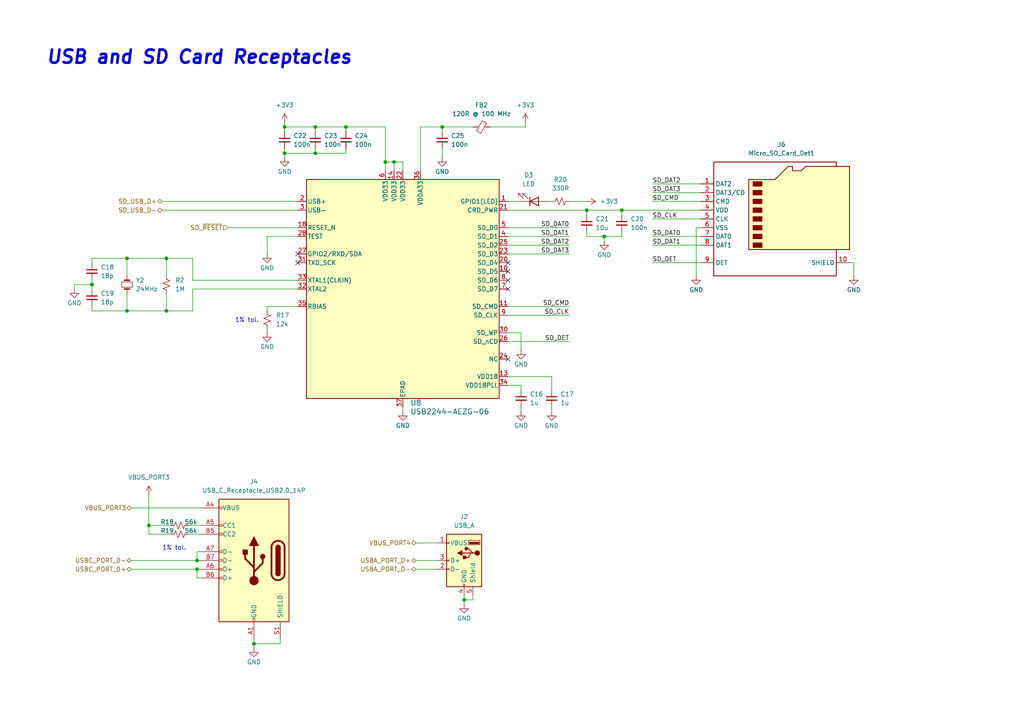
<source format=kicad_sch>
(kicad_sch (version 20250114) (generator "eeschema") (generator_version "9.0")
  (paper "A4")
  (title_block (title "Bluetooth Keypad and USB Hub") (date "2025-12-13") (rev "0") (company "B. Kuhn"))
  (lib_symbols
    (symbol "Connector:Micro_SD_Card_Det1"
      (property "Reference" "J" (at -16.51 17.78 0))
      (property "Value" "Micro_SD_Card_Det1" (at 16.51 17.78 0))
      (symbol "Micro_SD_Card_Det1_0_1"
        (polyline (pts (xy -8.89 -8.89) (xy -8.89 11.43) (xy -1.27 11.43) (xy 2.54 15.24) (xy 3.81 15.24) (xy 3.81 13.97) (xy 6.35 13.97) (xy 7.62 15.24) (xy 20.32 15.24) (xy 20.32 -8.89) (xy -8.89 -8.89)) (stroke (width 0.254)) (fill (type background)))
        (rectangle (start -7.62 10.795) (end -5.08 9.525) (stroke (width 0.254)) (fill (type outline)))
        (rectangle (start -7.62 8.255) (end -5.08 6.985) (stroke (width 0.254)) (fill (type outline)))
        (rectangle (start -7.62 5.715) (end -5.08 4.445) (stroke (width 0.254)) (fill (type outline)))
        (rectangle (start -7.62 3.175) (end -5.08 1.905) (stroke (width 0.254)) (fill (type outline)))
        (rectangle (start -7.62 0.635) (end -5.08 -0.635) (stroke (width 0.254)) (fill (type outline)))
        (rectangle (start -7.62 -1.905) (end -5.08 -3.175) (stroke (width 0.254)) (fill (type outline)))
        (rectangle (start -7.62 -4.445) (end -5.08 -5.715) (stroke (width 0.254)) (fill (type outline)))
        (rectangle (start -7.62 -6.985) (end -5.08 -8.255) (stroke (width 0.254)) (fill (type outline)))
        (polyline (pts (xy 16.51 15.24) (xy 16.51 16.51) (xy -19.05 16.51) (xy -19.05 -16.51) (xy 16.51 -16.51) (xy 16.51 -8.89)) (stroke (width 0.254)))
      )
      (symbol "Micro_SD_Card_Det1_1_1"
        (pin bidirectional line (at -22.86 10.16 0) (length 3.81) (name "DAT2") (number "1"))
        (pin bidirectional line (at -22.86 7.62 0) (length 3.81) (name "DAT3/CD") (number "2"))
        (pin input line (at -22.86 5.08 0) (length 3.81) (name "CMD") (number "3"))
        (pin power_in line (at -22.86 2.54 0) (length 3.81) (name "VDD") (number "4"))
        (pin input line (at -22.86 0 0) (length 3.81) (name "CLK") (number "5"))
        (pin power_in line (at -22.86 -2.54 0) (length 3.81) (name "VSS") (number "6"))
        (pin bidirectional line (at -22.86 -5.08 0) (length 3.81) (name "DAT0") (number "7"))
        (pin bidirectional line (at -22.86 -7.62 0) (length 3.81) (name "DAT1") (number "8"))
        (pin passive line (at -22.86 -12.7 0) (length 3.81) (name "DET") (number "9"))
        (pin passive line (at 20.32 -12.7 180) (length 3.81) (name "SHIELD") (number "10"))
      )
    )
    (symbol "Connector:USB_A" (pin_names (offset 1.016))
      (property "Reference" "J" (at -5.08 11.43 0))
      (property "Value" "USB_A" (at -5.08 8.89 0))
      (symbol "USB_A_0_1"
        (rectangle (start -5.08 -7.62) (end 5.08 7.62) (stroke (width 0.254)) (fill (type background)))
        (circle (center -3.81 2.159) (radius 0.635) (stroke (width 0.254)) (fill (type outline)))
        (polyline (pts (xy -3.175 2.159) (xy -2.54 2.159) (xy -1.27 3.429) (xy -0.635 3.429)) (stroke (width 0.254)))
        (polyline (pts (xy -2.54 2.159) (xy -1.905 2.159) (xy -1.27 0.889) (xy 0 0.889)) (stroke (width 0.254)))
        (rectangle (start -1.524 4.826) (end -4.318 5.334) (fill (type outline)))
        (rectangle (start -1.27 4.572) (end -4.572 5.842))
        (circle (center -0.635 3.429) (radius 0.381) (stroke (width 0.254)) (fill (type outline)))
        (rectangle (start -0.127 -7.62) (end 0.127 -6.858))
        (rectangle (start 0.254 1.27) (end -0.508 0.508) (stroke (width 0.254)) (fill (type outline)))
        (polyline (pts (xy 0.635 2.794) (xy 0.635 1.524) (xy 1.905 2.159) (xy 0.635 2.794)) (stroke (width 0.254)) (fill (type outline)))
        (rectangle (start 5.08 4.953) (end 4.318 5.207))
        (rectangle (start 5.08 -0.127) (end 4.318 0.127))
        (rectangle (start 5.08 -2.667) (end 4.318 -2.413))
      )
      (symbol "USB_A_1_1"
        (polyline (pts (xy -1.905 2.159) (xy 0.635 2.159)) (stroke (width 0.254)))
        (pin passive line (at -2.54 -10.16 90) (length 2.54) (name "Shield") (number "5"))
        (pin power_in line (at 0 -10.16 90) (length 2.54) (name "GND") (number "4"))
        (pin power_in line (at 7.62 5.08 180) (length 2.54) (name "VBUS") (number "1"))
        (pin bidirectional line (at 7.62 0 180) (length 2.54) (name "D+") (number "3"))
        (pin bidirectional line (at 7.62 -2.54 180) (length 2.54) (name "D-") (number "2"))
      )
    )
    (symbol "Connector:USB_C_Receptacle_USB2.0_14P" (pin_names (offset 1.016))
      (property "Reference" "J" (at 0 22.225 0))
      (property "Value" "USB_C_Receptacle_USB2.0_14P" (at 0 19.685 0))
      (symbol "USB_C_Receptacle_USB2.0_14P_0_0"
        (rectangle (start -0.254 -17.78) (end 0.254 -16.764))
        (rectangle (start 10.16 15.494) (end 9.144 14.986))
        (rectangle (start 10.16 10.414) (end 9.144 9.906))
        (rectangle (start 10.16 7.874) (end 9.144 7.366))
        (rectangle (start 10.16 2.794) (end 9.144 2.286))
        (rectangle (start 10.16 0.254) (end 9.144 -0.254))
        (rectangle (start 10.16 -2.286) (end 9.144 -2.794))
        (rectangle (start 10.16 -4.826) (end 9.144 -5.334))
      )
      (symbol "USB_C_Receptacle_USB2.0_14P_0_1"
        (rectangle (start -10.16 17.78) (end 10.16 -17.78) (stroke (width 0.254)) (fill (type background)))
        (polyline (pts (xy -8.89 -3.81) (xy -8.89 3.81)) (stroke (width 0.508)))
        (rectangle (start -7.62 -3.81) (end -6.35 3.81) (stroke (width 0.254)) (fill (type outline)))
        (arc (start -7.62 3.81) (mid -6.985 4.4423) (end -6.35 3.81) (stroke (width 0.254)))
        (arc (start -7.62 3.81) (mid -6.985 4.4423) (end -6.35 3.81) (stroke (width 0.254)) (fill (type outline)))
        (arc (start -8.89 3.81) (mid -6.985 5.7067) (end -5.08 3.81) (stroke (width 0.508)))
        (arc (start -5.08 -3.81) (mid -6.985 -5.7067) (end -8.89 -3.81) (stroke (width 0.508)))
        (arc (start -6.35 -3.81) (mid -6.985 -4.4423) (end -7.62 -3.81) (stroke (width 0.254)))
        (arc (start -6.35 -3.81) (mid -6.985 -4.4423) (end -7.62 -3.81) (stroke (width 0.254)) (fill (type outline)))
        (polyline (pts (xy -5.08 3.81) (xy -5.08 -3.81)) (stroke (width 0.508)))
        (circle (center -2.54 1.143) (radius 0.635) (stroke (width 0.254)) (fill (type outline)))
        (polyline (pts (xy -1.27 4.318) (xy 0 6.858) (xy 1.27 4.318) (xy -1.27 4.318)) (stroke (width 0.254)) (fill (type outline)))
        (polyline (pts (xy 0 -2.032) (xy 2.54 0.508) (xy 2.54 1.778)) (stroke (width 0.508)))
        (polyline (pts (xy 0 -3.302) (xy -2.54 -0.762) (xy -2.54 0.508)) (stroke (width 0.508)))
        (polyline (pts (xy 0 -5.842) (xy 0 4.318)) (stroke (width 0.508)))
        (circle (center 0 -5.842) (radius 1.27) (fill (type outline)))
        (rectangle (start 1.905 1.778) (end 3.175 3.048) (stroke (width 0.254)) (fill (type outline)))
      )
      (symbol "USB_C_Receptacle_USB2.0_14P_1_1"
        (pin passive line (at -7.62 -22.86 90) (length 5.08) (name "SHIELD") (number "S1"))
        (pin passive line (at 0 -22.86 90) (length 5.08) (name "GND") (number "A1"))
        (pin passive line (at 0 -22.86 90) (length 5.08) (hide yes) (name "GND") (number "A12"))
        (pin passive line (at 0 -22.86 90) (length 5.08) (hide yes) (name "GND") (number "B1"))
        (pin passive line (at 0 -22.86 90) (length 5.08) (hide yes) (name "GND") (number "B12"))
        (pin passive line (at 15.24 15.24 180) (length 5.08) (name "VBUS") (number "A4"))
        (pin passive line (at 15.24 15.24 180) (length 5.08) (hide yes) (name "VBUS") (number "A9"))
        (pin passive line (at 15.24 15.24 180) (length 5.08) (hide yes) (name "VBUS") (number "B4"))
        (pin passive line (at 15.24 15.24 180) (length 5.08) (hide yes) (name "VBUS") (number "B9"))
        (pin bidirectional line (at 15.24 10.16 180) (length 5.08) (name "CC1") (number "A5"))
        (pin bidirectional line (at 15.24 7.62 180) (length 5.08) (name "CC2") (number "B5"))
        (pin bidirectional line (at 15.24 2.54 180) (length 5.08) (name "D-") (number "A7"))
        (pin bidirectional line (at 15.24 0 180) (length 5.08) (name "D-") (number "B7"))
        (pin bidirectional line (at 15.24 -2.54 180) (length 5.08) (name "D+") (number "A6"))
        (pin bidirectional line (at 15.24 -5.08 180) (length 5.08) (name "D+") (number "B6"))
      )
    )
    (symbol "Device:C_Small" (pin_numbers (hide yes)) (pin_names (offset 0.254) (hide yes))
      (property "Reference" "C" (at 0.254 1.778 0))
      (property "Value" "C_Small" (at 0.254 -2.032 0))
      (symbol "C_Small_0_1"
        (polyline (pts (xy -1.524 0.508) (xy 1.524 0.508)) (stroke (width 0.3048)))
        (polyline (pts (xy -1.524 -0.508) (xy 1.524 -0.508)) (stroke (width 0.3302)))
      )
      (symbol "C_Small_1_1"
        (pin passive line (at 0 2.54 270) (length 2.032) (name "~") (number "1"))
        (pin passive line (at 0 -2.54 90) (length 2.032) (name "~") (number "2"))
      )
    )
    (symbol "Device:Crystal_Small" (pin_numbers (hide yes)) (pin_names (offset 1.016) (hide yes))
      (property "Reference" "Y" (at 0 2.54 0))
      (property "Value" "Crystal_Small" (at 0 -2.54 0))
      (symbol "Crystal_Small_0_1"
        (polyline (pts (xy -1.27 -0.762) (xy -1.27 0.762)) (stroke (width 0.381)))
        (rectangle (start -0.762 -1.524) (end 0.762 1.524))
        (polyline (pts (xy 1.27 -0.762) (xy 1.27 0.762)) (stroke (width 0.381)))
      )
      (symbol "Crystal_Small_1_1"
        (pin passive line (at -2.54 0 0) (length 1.27) (name "1") (number "1"))
        (pin passive line (at 2.54 0 180) (length 1.27) (name "2") (number "2"))
      )
    )
    (symbol "Device:FerriteBead_Small" (pin_numbers (hide yes)) (pin_names (offset 0))
      (property "Reference" "FB" (at 1.905 1.27 0))
      (property "Value" "FerriteBead_Small" (at 1.905 -1.27 0))
      (symbol "FerriteBead_Small_0_1"
        (polyline (pts (xy -1.8288 0.2794) (xy -1.1176 1.4986) (xy 1.8288 -0.2032) (xy 1.1176 -1.4224) (xy -1.8288 0.2794)))
        (polyline (pts (xy 0 0.889) (xy 0 1.2954)))
        (polyline (pts (xy 0 -1.27) (xy 0 -0.7874)))
      )
      (symbol "FerriteBead_Small_1_1"
        (pin passive line (at 0 2.54 270) (length 1.27) (name "~") (number "1"))
        (pin passive line (at 0 -2.54 90) (length 1.27) (name "~") (number "2"))
      )
    )
    (symbol "Device:LED" (pin_numbers (hide yes)) (pin_names (offset 1.016) (hide yes))
      (property "Reference" "D" (at 0 2.54 0))
      (property "Value" "LED" (at 0 -2.54 0))
      (symbol "LED_0_1"
        (polyline (pts (xy -3.048 -0.762) (xy -4.572 -2.286) (xy -3.81 -2.286) (xy -4.572 -2.286) (xy -4.572 -1.524)))
        (polyline (pts (xy -1.778 -0.762) (xy -3.302 -2.286) (xy -2.54 -2.286) (xy -3.302 -2.286) (xy -3.302 -1.524)))
        (polyline (pts (xy -1.27 0) (xy 1.27 0)))
        (polyline (pts (xy -1.27 -1.27) (xy -1.27 1.27)) (stroke (width 0.254)))
        (polyline (pts (xy 1.27 -1.27) (xy 1.27 1.27) (xy -1.27 0) (xy 1.27 -1.27)) (stroke (width 0.254)))
      )
      (symbol "LED_1_1"
        (pin passive line (at -3.81 0 0) (length 2.54) (name "K") (number "1"))
        (pin passive line (at 3.81 0 180) (length 2.54) (name "A") (number "2"))
      )
    )
    (symbol "Device:R_Small_US" (pin_numbers (hide yes)) (pin_names (offset 0.254) (hide yes))
      (property "Reference" "R" (at 0.762 0.508 0))
      (property "Value" "R_Small_US" (at 0.762 -1.016 0))
      (symbol "R_Small_US_1_1"
        (polyline (pts (xy 0 1.524) (xy 1.016 1.143) (xy 0 0.762) (xy -1.016 0.381) (xy 0 0)))
        (polyline (pts (xy 0 0) (xy 1.016 -0.381) (xy 0 -0.762) (xy -1.016 -1.143) (xy 0 -1.524)))
        (pin passive line (at 0 2.54 270) (length 1.016) (name "~") (number "1"))
        (pin passive line (at 0 -2.54 90) (length 1.016) (name "~") (number "2"))
      )
    )
    (symbol "Project_Library:USB2244-AEZG-06" (pin_names (offset 0.254))
      (property "Reference" "U" (at 11.176 -33.02 0))
      (property "Value" "USB2244-AEZG-06" (at 21.844 -35.56 0))
      (symbol "USB2244-AEZG-06_0_1"
        (pin bidirectional line (at -30.48 25.4 0) (length 2.54) (name "USB+") (number "2"))
        (pin bidirectional line (at -30.48 22.86 0) (length 2.54) (name "USB-") (number "3"))
        (pin input line (at -30.48 17.78 0) (length 2.54) (name "RESET_N") (number "18"))
        (pin passive line (at -30.48 15.24 0) (length 2.54) (name "TEST") (number "28"))
        (pin bidirectional line (at -30.48 10.16 0) (length 2.54) (name "GPIO2/RXD/SDA") (number "27"))
        (pin bidirectional line (at -30.48 7.62 0) (length 2.54) (name "TXD_SCK") (number "31"))
        (pin passive line (at -30.48 2.54 0) (length 2.54) (name "XTAL1(CLKIN)") (number "33"))
        (pin passive line (at -30.48 0 0) (length 2.54) (name "XTAL2") (number "32"))
        (pin passive line (at -30.48 -5.08 0) (length 2.54) (name "RBIAS") (number "35"))
        (pin power_in line (at -5.08 34.29 270) (length 2.54) (name "VDD33") (number "6"))
        (pin power_in line (at -2.54 34.29 270) (length 2.54) (name "VDD33") (number "14"))
        (pin power_in line (at 0 34.29 270) (length 2.54) (name "VDD33") (number "22"))
        (pin power_in line (at 0 -34.29 90) (length 2.54) (name "EPAD") (number "37"))
        (pin power_in line (at 5.08 34.29 270) (length 2.54) (name "VDDA33") (number "36"))
        (pin bidirectional line (at 30.48 25.4 180) (length 2.54) (name "GPIO1(LED)") (number "1"))
        (pin bidirectional line (at 30.48 22.86 180) (length 2.54) (name "CRD_PWR") (number "21"))
        (pin bidirectional line (at 30.48 17.78 180) (length 2.54) (name "SD_D0") (number "5"))
        (pin bidirectional line (at 30.48 15.24 180) (length 2.54) (name "SD_D1") (number "4"))
        (pin bidirectional line (at 30.48 12.7 180) (length 2.54) (name "SD_D2") (number "25"))
        (pin bidirectional line (at 30.48 10.16 180) (length 2.54) (name "SD_D3") (number "23"))
        (pin bidirectional line (at 30.48 7.62 180) (length 2.54) (name "SD_D4") (number "20"))
        (pin bidirectional line (at 30.48 5.08 180) (length 2.54) (name "SD_D5") (number "10"))
        (pin bidirectional line (at 30.48 2.54 180) (length 2.54) (name "SD_D6") (number "8"))
        (pin bidirectional line (at 30.48 0 180) (length 2.54) (name "SD_D7") (number "7"))
        (pin bidirectional line (at 30.48 -5.08 180) (length 2.54) (name "SD_CMD") (number "11"))
        (pin bidirectional line (at 30.48 -7.62 180) (length 2.54) (name "SD_CLK") (number "9"))
        (pin bidirectional line (at 30.48 -15.24 180) (length 2.54) (name "SD_nCD") (number "26"))
        (pin passive line (at 30.48 -20.32 180) (length 2.54) (hide yes) (name "NC") (number "12"))
        (pin passive line (at 30.48 -20.32 180) (length 2.54) (hide yes) (name "NC") (number "15"))
        (pin passive line (at 30.48 -20.32 180) (length 2.54) (hide yes) (name "NC") (number "16"))
        (pin passive line (at 30.48 -20.32 180) (length 2.54) (hide yes) (name "NC") (number "17"))
        (pin bidirectional line (at 30.48 -20.32 180) (length 2.54) (hide yes) (name "NC") (number "19"))
        (pin bidirectional line (at 30.48 -20.32 180) (length 2.54) (name "NC") (number "24"))
        (pin passive line (at 30.48 -20.32 180) (length 2.54) (hide yes) (name "NC") (number "29"))
        (pin power_in line (at 30.48 -25.4 180) (length 2.54) (name "VDD18") (number "13"))
        (pin power_in line (at 30.48 -27.94 180) (length 2.54) (name "VDD18PLL") (number "34"))
      )
      (symbol "USB2244-AEZG-06_1_1"
        (rectangle (start -27.94 31.75) (end 27.94 -31.75) (stroke (width 0.254)) (fill (type background)))
        (pin bidirectional line (at 30.48 -12.7 180) (length 2.54) (name "SD_WP") (number "30"))
      )
    )
    (symbol "power:+3V3" (power) (pin_numbers (hide yes)) (pin_names (offset 0) (hide yes))
      (property "Value" "+3V3" (at 0 3.556 0))
      (symbol "+3V3_0_1"
        (polyline (pts (xy -0.762 1.27) (xy 0 2.54)))
        (polyline (pts (xy 0 2.54) (xy 0.762 1.27)))
        (polyline (pts (xy 0 0) (xy 0 2.54)))
      )
      (symbol "+3V3_1_1"
        (pin power_in line (at 0 0 90) (length 0) (name "~") (number "1"))
      )
    )
    (symbol "power:GND" (power) (pin_numbers (hide yes)) (pin_names (offset 0) (hide yes))
      (property "Value" "GND" (at 0 -3.81 0))
      (symbol "GND_0_1"
        (polyline (pts (xy 0 0) (xy 0 -1.27) (xy 1.27 -1.27) (xy 0 -2.54) (xy -1.27 -1.27) (xy 0 -1.27)))
      )
      (symbol "GND_1_1"
        (pin power_in line (at 0 0 270) (length 0) (name "~") (number "1"))
      )
    )
    (symbol "power:VBUS" (power) (pin_numbers (hide yes)) (pin_names (offset 0) (hide yes))
      (property "Value" "VBUS" (at 0 3.556 0))
      (symbol "VBUS_0_1"
        (polyline (pts (xy -0.762 1.27) (xy 0 2.54)))
        (polyline (pts (xy 0 2.54) (xy 0.762 1.27)))
        (polyline (pts (xy 0 0) (xy 0 2.54)))
      )
      (symbol "VBUS_1_1"
        (pin power_in line (at 0 0 90) (length 0) (name "~") (number "1"))
      )
    )
  )
  (text "1% tol." (at 71.628 92.964 0) (effects (font (size 1.27 1.27))))
  (text "1% tol." (at 50.546 159.004 0) (effects (font (size 1.27 1.27))))
  (text "USB and SD Card Receptacles" (at 13.208 14.478 0) (effects (font (size 3.81 3.81) (thickness 0.762) (bold yes) (italic yes)) (justify left top)))
  (junction (at 175.26 68.58))
  (junction (at 91.44 36.83))
  (junction (at 180.34 60.96))
  (junction (at 57.15 162.56))
  (junction (at 82.55 36.83))
  (junction (at 170.18 60.96))
  (junction (at 36.83 90.17))
  (junction (at 100.33 36.83))
  (junction (at 43.18 152.4))
  (junction (at 48.26 90.17))
  (junction (at 114.3 46.99))
  (junction (at 57.15 165.1))
  (junction (at 134.62 173.99))
  (junction (at 36.83 74.93))
  (junction (at 48.26 74.93))
  (junction (at 82.55 44.45))
  (junction (at 26.67 82.55))
  (junction (at 91.44 44.45))
  (junction (at 128.27 36.83))
  (junction (at 111.76 46.99))
  (junction (at 73.66 186.69))
  (no_connect (at 147.32 104.14))
  (no_connect (at 86.36 76.2))
  (no_connect (at 147.32 76.2))
  (no_connect (at 147.32 83.82))
  (no_connect (at 147.32 78.74))
  (no_connect (at 86.36 73.66))
  (no_connect (at 147.32 81.28))
  (wire (pts (xy 116.84 49.53) (xy 116.84 46.99)))
  (wire (pts (xy 160.02 109.22) (xy 160.02 113.03)))
  (wire (pts (xy 120.65 162.56) (xy 127 162.56)))
  (wire (pts (xy 58.42 167.64) (xy 57.15 167.64)))
  (wire (pts (xy 82.55 36.83) (xy 91.44 36.83)))
  (wire (pts (xy 73.66 185.42) (xy 73.66 186.69)))
  (wire (pts (xy 58.42 160.02) (xy 57.15 160.02)))
  (wire (pts (xy 147.32 109.22) (xy 160.02 109.22)))
  (wire (pts (xy 170.18 67.31) (xy 170.18 68.58)))
  (wire (pts (xy 66.04 66.04) (xy 86.36 66.04)))
  (wire (pts (xy 48.26 74.93) (xy 48.26 80.01)))
  (wire (pts (xy 48.26 85.09) (xy 48.26 90.17)))
  (wire (pts (xy 114.3 49.53) (xy 114.3 46.99)))
  (wire (pts (xy 26.67 74.93) (xy 26.67 76.2)))
  (wire (pts (xy 147.32 88.9) (xy 165.1 88.9)))
  (wire (pts (xy 73.66 186.69) (xy 73.66 187.96)))
  (wire (pts (xy 151.13 96.52) (xy 151.13 101.6)))
  (wire (pts (xy 160.02 118.11) (xy 160.02 119.38)))
  (wire (pts (xy 77.47 68.58) (xy 77.47 73.66)))
  (wire (pts (xy 91.44 36.83) (xy 100.33 36.83)))
  (wire (pts (xy 170.18 60.96) (xy 180.34 60.96)))
  (wire (pts (xy 91.44 43.18) (xy 91.44 44.45)))
  (wire (pts (xy 57.15 162.56) (xy 38.1 162.56)))
  (wire (pts (xy 180.34 60.96) (xy 203.2 60.96)))
  (wire (pts (xy 58.42 154.94) (xy 54.61 154.94)))
  (wire (pts (xy 100.33 44.45) (xy 91.44 44.45)))
  (wire (pts (xy 26.67 90.17) (xy 36.83 90.17)))
  (wire (pts (xy 175.26 68.58) (xy 170.18 68.58)))
  (wire (pts (xy 77.47 88.9) (xy 77.47 90.17)))
  (wire (pts (xy 38.1 147.32) (xy 58.42 147.32)))
  (wire (pts (xy 128.27 36.83) (xy 121.92 36.83)))
  (wire (pts (xy 137.16 173.99) (xy 134.62 173.99)))
  (wire (pts (xy 48.26 90.17) (xy 55.88 90.17)))
  (wire (pts (xy 81.28 185.42) (xy 81.28 186.69)))
  (wire (pts (xy 111.76 49.53) (xy 111.76 46.99)))
  (wire (pts (xy 43.18 143.51) (xy 43.18 152.4)))
  (wire (pts (xy 147.32 96.52) (xy 151.13 96.52)))
  (wire (pts (xy 55.88 74.93) (xy 48.26 74.93)))
  (wire (pts (xy 91.44 36.83) (xy 91.44 38.1)))
  (wire (pts (xy 152.4 35.56) (xy 152.4 36.83)))
  (wire (pts (xy 43.18 154.94) (xy 43.18 152.4)))
  (wire (pts (xy 147.32 91.44) (xy 165.1 91.44)))
  (wire (pts (xy 165.1 58.42) (xy 170.18 58.42)))
  (wire (pts (xy 189.23 63.5) (xy 203.2 63.5)))
  (wire (pts (xy 114.3 46.99) (xy 111.76 46.99)))
  (wire (pts (xy 100.33 43.18) (xy 100.33 44.45)))
  (wire (pts (xy 77.47 95.25) (xy 77.47 96.52)))
  (wire (pts (xy 189.23 58.42) (xy 203.2 58.42)))
  (wire (pts (xy 82.55 35.56) (xy 82.55 36.83)))
  (wire (pts (xy 58.42 165.1) (xy 57.15 165.1)))
  (wire (pts (xy 152.4 36.83) (xy 142.24 36.83)))
  (wire (pts (xy 158.75 58.42) (xy 160.02 58.42)))
  (wire (pts (xy 26.67 88.9) (xy 26.67 90.17)))
  (wire (pts (xy 180.34 60.96) (xy 180.34 62.23)))
  (wire (pts (xy 147.32 66.04) (xy 165.1 66.04)))
  (wire (pts (xy 151.13 111.76) (xy 151.13 113.03)))
  (wire (pts (xy 21.59 82.55) (xy 26.67 82.55)))
  (wire (pts (xy 36.83 74.93) (xy 26.67 74.93)))
  (wire (pts (xy 147.32 60.96) (xy 170.18 60.96)))
  (wire (pts (xy 86.36 88.9) (xy 77.47 88.9)))
  (wire (pts (xy 86.36 68.58) (xy 77.47 68.58)))
  (wire (pts (xy 180.34 68.58) (xy 175.26 68.58)))
  (wire (pts (xy 82.55 43.18) (xy 82.55 44.45)))
  (wire (pts (xy 128.27 36.83) (xy 128.27 38.1)))
  (wire (pts (xy 134.62 173.99) (xy 134.62 175.26)))
  (wire (pts (xy 55.88 83.82) (xy 86.36 83.82)))
  (wire (pts (xy 26.67 82.55) (xy 26.67 83.82)))
  (wire (pts (xy 82.55 36.83) (xy 82.55 38.1)))
  (wire (pts (xy 55.88 81.28) (xy 55.88 74.93)))
  (wire (pts (xy 120.65 165.1) (xy 127 165.1)))
  (wire (pts (xy 189.23 53.34) (xy 203.2 53.34)))
  (wire (pts (xy 189.23 76.2) (xy 203.2 76.2)))
  (wire (pts (xy 170.18 60.96) (xy 170.18 62.23)))
  (wire (pts (xy 36.83 85.09) (xy 36.83 90.17)))
  (wire (pts (xy 100.33 38.1) (xy 100.33 36.83)))
  (wire (pts (xy 57.15 160.02) (xy 57.15 162.56)))
  (wire (pts (xy 189.23 71.12) (xy 203.2 71.12)))
  (wire (pts (xy 147.32 68.58) (xy 165.1 68.58)))
  (wire (pts (xy 116.84 46.99) (xy 114.3 46.99)))
  (wire (pts (xy 54.61 152.4) (xy 58.42 152.4)))
  (wire (pts (xy 73.66 186.69) (xy 81.28 186.69)))
  (wire (pts (xy 82.55 44.45) (xy 82.55 45.72)))
  (wire (pts (xy 147.32 111.76) (xy 151.13 111.76)))
  (wire (pts (xy 55.88 90.17) (xy 55.88 83.82)))
  (wire (pts (xy 121.92 36.83) (xy 121.92 49.53)))
  (wire (pts (xy 203.2 66.04) (xy 201.93 66.04)))
  (wire (pts (xy 120.65 157.48) (xy 127 157.48)))
  (wire (pts (xy 43.18 152.4) (xy 49.53 152.4)))
  (wire (pts (xy 247.65 76.2) (xy 247.65 80.01)))
  (wire (pts (xy 128.27 36.83) (xy 137.16 36.83)))
  (wire (pts (xy 48.26 74.93) (xy 36.83 74.93)))
  (wire (pts (xy 36.83 90.17) (xy 48.26 90.17)))
  (wire (pts (xy 116.84 118.11) (xy 116.84 119.38)))
  (wire (pts (xy 246.38 76.2) (xy 247.65 76.2)))
  (wire (pts (xy 111.76 36.83) (xy 100.33 36.83)))
  (wire (pts (xy 58.42 162.56) (xy 57.15 162.56)))
  (wire (pts (xy 147.32 99.06) (xy 165.1 99.06)))
  (wire (pts (xy 91.44 44.45) (xy 82.55 44.45)))
  (wire (pts (xy 21.59 83.82) (xy 21.59 82.55)))
  (wire (pts (xy 147.32 71.12) (xy 165.1 71.12)))
  (wire (pts (xy 147.32 58.42) (xy 151.13 58.42)))
  (wire (pts (xy 46.99 60.96) (xy 86.36 60.96)))
  (wire (pts (xy 151.13 118.11) (xy 151.13 119.38)))
  (wire (pts (xy 175.26 69.85) (xy 175.26 68.58)))
  (wire (pts (xy 189.23 68.58) (xy 203.2 68.58)))
  (wire (pts (xy 134.62 172.72) (xy 134.62 173.99)))
  (wire (pts (xy 147.32 73.66) (xy 165.1 73.66)))
  (wire (pts (xy 46.99 58.42) (xy 86.36 58.42)))
  (wire (pts (xy 57.15 167.64) (xy 57.15 165.1)))
  (wire (pts (xy 180.34 67.31) (xy 180.34 68.58)))
  (wire (pts (xy 201.93 66.04) (xy 201.93 80.01)))
  (wire (pts (xy 189.23 55.88) (xy 203.2 55.88)))
  (wire (pts (xy 128.27 43.18) (xy 128.27 45.72)))
  (wire (pts (xy 57.15 165.1) (xy 38.1 165.1)))
  (wire (pts (xy 137.16 172.72) (xy 137.16 173.99)))
  (wire (pts (xy 111.76 46.99) (xy 111.76 36.83)))
  (wire (pts (xy 55.88 81.28) (xy 86.36 81.28)))
  (wire (pts (xy 36.83 74.93) (xy 36.83 80.01)))
  (wire (pts (xy 43.18 154.94) (xy 49.53 154.94)))
  (wire (pts (xy 26.67 81.28) (xy 26.67 82.55)))
  (label "SD_DAT2" (at 189.23 53.34 0))
  (label "SD_DAT2" (at 165.1 71.12 180))
  (label "SD_CMD" (at 165.1 88.9 180))
  (label "SD_DAT3" (at 189.23 55.88 0))
  (label "SD_CLK" (at 165.1 91.44 180))
  (label "SD_DET" (at 189.23 76.2 0))
  (label "SD_DAT1" (at 189.23 71.12 0))
  (label "SD_CLK" (at 189.23 63.5 0))
  (label "SD_DAT0" (at 165.1 66.04 180))
  (label "SD_CMD" (at 189.23 58.42 0))
  (label "SD_DET" (at 165.1 99.06 180))
  (label "SD_DAT3" (at 165.1 73.66 180))
  (label "SD_DAT0" (at 189.23 68.58 0))
  (label "SD_DAT1" (at 165.1 68.58 180))
  (hierarchical_label "USBA_PORT_D+" (shape bidirectional) (at 120.65 162.56 180))
  (hierarchical_label "VBUS_PORT4" (shape bidirectional) (at 120.65 157.48 180))
  (hierarchical_label "USBC_PORT_D-" (shape bidirectional) (at 38.1 162.56 180))
  (hierarchical_label "SD_USB_D-" (shape bidirectional) (at 46.99 60.96 180))
  (hierarchical_label "SD_USB_D+" (shape bidirectional) (at 46.99 58.42 180))
  (hierarchical_label "VBUS_PORT3" (shape bidirectional) (at 38.1 147.32 180))
  (hierarchical_label "USBA_PORT_D-" (shape bidirectional) (at 120.65 165.1 180))
  (hierarchical_label "USBC_PORT_D+" (shape bidirectional) (at 38.1 165.1 180))
  (hierarchical_label "SD_~{RESET}" (shape input) (at 66.04 66.04 180))
  (symbol (lib_id "power:+3V3") (at 170.18 58.42 270) (unit 1)
    (property "Reference" "#PWR048" (effects (hide yes)))
    (property "Value" "+3V3" (at 173.99 58.4199 90) (effects (justify left)))
    (property "Description" "Power symbol creates a global label with name \"+3V3\"" (effects (hide yes)))
  )
  (symbol (lib_id "Device:R_Small_US") (at 52.07 154.94 270) (unit 1)
    (property "Reference" "R19" (at 48.514 153.924 90))
    (property "Value" "56k" (at 55.372 153.924 90))
    (property "Description" "Resistor, small US symbol" (effects (hide yes)))
  )
  (symbol (lib_id "Device:R_Small_US") (at 77.47 92.71 0) (unit 1)
    (property "Reference" "R17" (at 80.01 91.4399 0) (effects (justify left)))
    (property "Value" "12k" (at 80.01 93.9799 0) (effects (justify left)))
    (property "Description" "Resistor, small US symbol" (effects (hide yes)))
  )
  (symbol (lib_id "power:GND") (at 77.47 96.52 0) (unit 1)
    (property "Reference" "#PWR043" (effects (hide yes)))
    (property "Value" "GND" (at 77.47 100.584 0))
    (property "Description" "Power symbol creates a global label with name \"GND\" , ground" (effects (hide yes)))
  )
  (symbol (lib_id "power:GND") (at 73.66 187.96 0) (unit 1)
    (property "Reference" "#PWR027" (effects (hide yes)))
    (property "Value" "GND" (at 73.66 192.024 0))
    (property "Description" "Power symbol creates a global label with name \"GND\" , ground" (effects (hide yes)))
  )
  (symbol (lib_id "Device:R_Small_US") (at 162.56 58.42 90) (unit 1)
    (property "Reference" "R20" (at 162.56 52.07 90))
    (property "Value" "330R" (at 162.56 54.61 90))
    (property "Description" "Resistor, small US symbol" (effects (hide yes)))
  )
  (symbol (lib_id "power:+3V3") (at 152.4 35.56 0) (unit 1)
    (property "Reference" "#PWR046" (effects (hide yes)))
    (property "Value" "+3V3" (at 152.4 30.48 0))
    (property "Description" "Power symbol creates a global label with name \"+3V3\"" (effects (hide yes)))
  )
  (symbol (lib_id "Device:C_Small") (at 26.67 86.36 0) (unit 1)
    (property "Reference" "C19" (at 29.21 85.0962 0) (effects (justify left)))
    (property "Value" "18p" (at 29.21 87.6362 0) (effects (justify left)))
    (property "Description" "Unpolarized capacitor, small symbol" (effects (hide yes)))
  )
  (symbol (lib_id "power:VBUS") (at 43.18 143.51 0) (unit 1)
    (property "Reference" "#PWR029" (effects (hide yes)))
    (property "Value" "VBUS_PORT3" (at 43.18 138.43 0))
    (property "Description" "Power symbol creates a global label with name \"VBUS\"" (effects (hide yes)))
  )
  (symbol (lib_id "power:GND") (at 128.27 45.72 0) (unit 1)
    (property "Reference" "#PWR047" (effects (hide yes)))
    (property "Value" "GND" (at 128.27 49.784 0))
    (property "Description" "Power symbol creates a global label with name \"GND\" , ground" (effects (hide yes)))
  )
  (symbol (lib_id "power:GND") (at 82.55 45.72 0) (unit 1)
    (property "Reference" "#PWR045" (effects (hide yes)))
    (property "Value" "GND" (at 82.55 49.784 0))
    (property "Description" "Power symbol creates a global label with name \"GND\" , ground" (effects (hide yes)))
  )
  (symbol (lib_id "Device:C_Small") (at 26.67 78.74 0) (unit 1)
    (property "Reference" "C18" (at 29.21 77.4762 0) (effects (justify left)))
    (property "Value" "18p" (at 29.21 80.0162 0) (effects (justify left)))
    (property "Description" "Unpolarized capacitor, small symbol" (effects (hide yes)))
  )
  (symbol (lib_id "power:GND") (at 77.47 73.66 0) (unit 1)
    (property "Reference" "#PWR051" (effects (hide yes)))
    (property "Value" "GND" (at 77.47 77.724 0))
    (property "Description" "Power symbol creates a global label with name \"GND\" , ground" (effects (hide yes)))
  )
  (symbol (lib_id "power:GND") (at 116.84 119.38 0) (unit 1)
    (property "Reference" "#PWR038" (effects (hide yes)))
    (property "Value" "GND" (at 116.84 123.444 0))
    (property "Description" "Power symbol creates a global label with name \"GND\" , ground" (effects (hide yes)))
  )
  (symbol (lib_id "Device:R_Small_US") (at 52.07 152.4 270) (unit 1)
    (property "Reference" "R18" (at 48.514 151.384 90))
    (property "Value" "56k" (at 55.372 151.384 90))
    (property "Description" "Resistor, small US symbol" (effects (hide yes)))
  )
  (symbol (lib_id "power:GND") (at 160.02 119.38 0) (unit 1)
    (property "Reference" "#PWR037" (effects (hide yes)))
    (property "Value" "GND" (at 160.02 123.444 0))
    (property "Description" "Power symbol creates a global label with name \"GND\" , ground" (effects (hide yes)))
  )
  (symbol (lib_id "Device:C_Small") (at 151.13 115.57 0) (unit 1)
    (property "Reference" "C16" (at 153.67 114.3062 0) (effects (justify left)))
    (property "Value" "1u" (at 153.67 116.8462 0) (effects (justify left)))
    (property "Description" "Unpolarized capacitor, small symbol" (effects (hide yes)))
  )
  (symbol (lib_id "Device:R_Small_US") (at 48.26 82.55 0) (unit 1)
    (property "Reference" "R2" (at 50.8 81.2799 0) (effects (justify left)))
    (property "Value" "1M" (at 50.8 83.8199 0) (effects (justify left)))
    (property "Description" "Resistor, small US symbol" (effects (hide yes)))
  )
  (symbol (lib_id "power:GND") (at 247.65 80.01 0) (unit 1)
    (property "Reference" "#PWR042" (effects (hide yes)))
    (property "Value" "GND" (at 247.65 84.074 0))
    (property "Description" "Power symbol creates a global label with name \"GND\" , ground" (effects (hide yes)))
  )
  (symbol (lib_id "Device:Crystal_Small") (at 36.83 82.55 270) (unit 1)
    (property "Reference" "Y2" (at 39.37 81.2799 90) (effects (justify left)))
    (property "Value" "24MHz" (at 39.37 83.8199 90) (effects (justify left)))
    (property "Description" "Two pin crystal, small symbol" (effects (hide yes)))
  )
  (symbol (lib_id "Device:FerriteBead_Small") (at 139.7 36.83 90) (unit 1)
    (property "Reference" "FB2" (at 139.6619 30.48 90))
    (property "Value" "120R @ 100 MHz" (at 139.6619 33.02 90))
    (property "Description" "Ferrite bead, small symbol" (effects (hide yes)))
  )
  (symbol (lib_id "Device:C_Small") (at 180.34 64.77 0) (unit 1)
    (property "Reference" "C20" (at 182.88 63.5062 0) (effects (justify left)))
    (property "Value" "100n" (at 182.88 66.0462 0) (effects (justify left)))
    (property "Description" "Unpolarized capacitor, small symbol" (effects (hide yes)))
  )
  (symbol (lib_id "Connector:Micro_SD_Card_Det1") (at 226.06 63.5 0) (unit 1)
    (property "Reference" "J6" (at 226.695 41.91 0))
    (property "Value" "Micro_SD_Card_Det1" (at 226.695 44.45 0))
    (property "Datasheet" "https://datasheet.lcsc.com/lcsc/2110151630_XKB-Connectivity-XKTF-015-N_C381082.pdf" (effects (hide yes)))
    (property "Description" "Micro SD Card Socket with one card detection pin" (effects (hide yes)))
  )
  (symbol (lib_id "power:GND") (at 175.26 69.85 0) (unit 1)
    (property "Reference" "#PWR041" (effects (hide yes)))
    (property "Value" "GND" (at 175.26 73.914 0))
    (property "Description" "Power symbol creates a global label with name \"GND\" , ground" (effects (hide yes)))
  )
  (symbol (lib_id "Device:C_Small") (at 170.18 64.77 0) (unit 1)
    (property "Reference" "C21" (at 172.72 63.5062 0) (effects (justify left)))
    (property "Value" "10u" (at 172.72 66.0462 0) (effects (justify left)))
    (property "Description" "Unpolarized capacitor, small symbol" (effects (hide yes)))
  )
  (symbol (lib_id "power:GND") (at 201.93 80.01 0) (unit 1)
    (property "Reference" "#PWR040" (effects (hide yes)))
    (property "Value" "GND" (at 201.93 84.074 0))
    (property "Description" "Power symbol creates a global label with name \"GND\" , ground" (effects (hide yes)))
  )
  (symbol (lib_id "Project_Library:USB2244-AEZG-06") (at 116.84 83.82 0) (unit 1)
    (property "Reference" "U8" (at 118.9833 116.84 0) (effects (font (size 1.524 1.524)) (justify left)))
    (property "Value" "USB2244-AEZG-06" (at 118.9833 119.38 0) (effects (font (size 1.524 1.524)) (justify left)))
    (property "Footprint" "Package_DFN_QFN:QFN-36-1EP_6x6mm_P0.5mm_EP4.1x4.1mm_ThermalVias" (effects (hide yes)))
    (property "Datasheet" "https://ww1.microchip.com/downloads/en/DeviceDoc/00001979A.pdf" (effects (hide yes)))
    (property "Description" "Desktop, Notebook PCs Interface 36-QFN (6x6)" (effects (hide yes)))
  )
  (symbol (lib_id "power:GND") (at 134.62 175.26 0) (unit 1)
    (property "Reference" "#PWR028" (effects (hide yes)))
    (property "Value" "GND" (at 134.62 179.324 0))
    (property "Description" "Power symbol creates a global label with name \"GND\" , ground" (effects (hide yes)))
  )
  (symbol (lib_id "power:GND") (at 151.13 101.6 0) (unit 1)
    (property "Reference" "#PWR033" (effects (hide yes)))
    (property "Value" "GND" (at 151.13 105.664 0))
    (property "Description" "Power symbol creates a global label with name \"GND\" , ground" (effects (hide yes)))
  )
  (symbol (lib_id "Connector:USB_A") (at 134.62 162.56 0) (mirror y) (unit 1)
    (property "Reference" "J2" (at 134.62 149.86 0))
    (property "Value" "USB_A" (at 134.62 152.4 0))
    (property "Description" "USB Type A connector" (effects (hide yes)))
  )
  (symbol (lib_id "Device:C_Small") (at 160.02 115.57 0) (unit 1)
    (property "Reference" "C17" (at 162.56 114.3062 0) (effects (justify left)))
    (property "Value" "1u" (at 162.56 116.8462 0) (effects (justify left)))
    (property "Description" "Unpolarized capacitor, small symbol" (effects (hide yes)))
  )
  (symbol (lib_id "power:GND") (at 21.59 83.82 0) (unit 1)
    (property "Reference" "#PWR039" (effects (hide yes)))
    (property "Value" "GND" (at 21.59 87.884 0))
    (property "Description" "Power symbol creates a global label with name \"GND\" , ground" (effects (hide yes)))
  )
  (symbol (lib_id "Connector:USB_C_Receptacle_USB2.0_14P") (at 73.66 162.56 0) (mirror y) (unit 1)
    (property "Reference" "J4" (at 73.66 139.7 0))
    (property "Value" "USB_C_Receptacle_USB2.0_14P" (at 73.66 142.24 0))
    (property "Footprint" "Connector_USB:USB_C_Receptacle_GCT_USB4105-xx-A_16P_TopMnt_Horizontal" (effects (hide yes)))
    (property "Datasheet" "https://www.usb.org/sites/default/files/documents/usb_type-c.zip" (effects (hide yes)))
    (property "Description" "USB 2.0-only 14P Type-C Receptacle connector" (effects (hide yes)))
  )
  (symbol (lib_id "Device:LED") (at 154.94 58.42 0) (mirror x) (unit 1)
    (property "Reference" "D3" (at 153.3525 50.8 0))
    (property "Value" "LED" (at 153.3525 53.34 0))
    (property "Description" "Light emitting diode" (effects (hide yes)))
    (property "Sim.Pins" "1=K 2=A" (effects (hide yes)))
  )
  (symbol (lib_id "power:+3V3") (at 82.55 35.56 0) (unit 1)
    (property "Reference" "#PWR044" (effects (hide yes)))
    (property "Value" "+3V3" (at 82.55 30.48 0))
    (property "Description" "Power symbol creates a global label with name \"+3V3\"" (effects (hide yes)))
  )
  (symbol (lib_id "power:GND") (at 151.13 119.38 0) (unit 1)
    (property "Reference" "#PWR036" (effects (hide yes)))
    (property "Value" "GND" (at 151.13 123.444 0))
    (property "Description" "Power symbol creates a global label with name \"GND\" , ground" (effects (hide yes)))
  )
  (symbol (lib_id "Device:C_Small") (at 100.33 40.64 0) (unit 1)
    (property "Reference" "C24" (at 102.87 39.3762 0) (effects (justify left)))
    (property "Value" "100n" (at 102.87 41.9162 0) (effects (justify left)))
    (property "Description" "Unpolarized capacitor, small symbol" (effects (hide yes)))
  )
  (symbol (lib_id "Device:C_Small") (at 91.44 40.64 0) (unit 1)
    (property "Reference" "C23" (at 93.98 39.3762 0) (effects (justify left)))
    (property "Value" "100n" (at 93.98 41.9162 0) (effects (justify left)))
    (property "Description" "Unpolarized capacitor, small symbol" (effects (hide yes)))
  )
  (symbol (lib_id "Device:C_Small") (at 82.55 40.64 0) (unit 1)
    (property "Reference" "C22" (at 85.09 39.3762 0) (effects (justify left)))
    (property "Value" "100n" (at 85.09 41.9162 0) (effects (justify left)))
    (property "Description" "Unpolarized capacitor, small symbol" (effects (hide yes)))
  )
  (symbol (lib_id "Device:C_Small") (at 128.27 40.64 0) (unit 1)
    (property "Reference" "C25" (at 130.81 39.3762 0) (effects (justify left)))
    (property "Value" "100n" (at 130.81 41.9162 0) (effects (justify left)))
    (property "Description" "Unpolarized capacitor, small symbol" (effects (hide yes)))
  )
)
</source>
